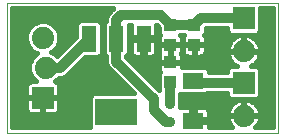
<source format=gtl>
G75*
%MOIN*%
%OFA0B0*%
%FSLAX25Y25*%
%IPPOS*%
%LPD*%
%AMOC8*
5,1,8,0,0,1.08239X$1,22.5*
%
%ADD10C,0.00000*%
%ADD11R,0.03937X0.04331*%
%ADD12R,0.07087X0.05512*%
%ADD13R,0.07400X0.07400*%
%ADD14C,0.07400*%
%ADD15R,0.03150X0.03150*%
%ADD16R,0.04800X0.08800*%
%ADD17R,0.14173X0.08661*%
%ADD18C,0.01600*%
%ADD19C,0.03200*%
D10*
X0001800Y0045107D02*
X0001800Y0088414D01*
X0092351Y0088414D01*
X0092351Y0045107D01*
X0001800Y0045107D01*
D11*
X0056300Y0061954D03*
X0056300Y0068646D03*
X0056300Y0074454D03*
X0056300Y0081146D03*
X0064300Y0081146D03*
X0064300Y0074454D03*
D12*
X0063800Y0062493D03*
X0063800Y0049107D03*
D13*
X0080800Y0061800D03*
X0080800Y0083300D03*
X0013800Y0056800D03*
D14*
X0014800Y0066800D03*
X0013800Y0076800D03*
X0080800Y0072300D03*
X0080800Y0050800D03*
D15*
X0056300Y0048847D03*
X0056300Y0054753D03*
D16*
X0047400Y0076500D03*
X0038300Y0076500D03*
X0029200Y0076500D03*
D17*
X0038300Y0052099D03*
D18*
X0044062Y0058230D02*
X0030468Y0058230D01*
X0029413Y0057176D01*
X0029413Y0047023D01*
X0029529Y0046907D01*
X0003600Y0046907D01*
X0003600Y0086614D01*
X0037306Y0086614D01*
X0036918Y0086226D01*
X0035418Y0084726D01*
X0034900Y0083476D01*
X0034900Y0082446D01*
X0034100Y0081646D01*
X0034100Y0071354D01*
X0034900Y0070554D01*
X0034900Y0068124D01*
X0035418Y0066874D01*
X0036374Y0065918D01*
X0044062Y0058230D01*
X0042945Y0059346D02*
X0019300Y0059346D01*
X0019300Y0057748D02*
X0029986Y0057748D01*
X0029413Y0056149D02*
X0019300Y0056149D01*
X0019300Y0056600D02*
X0014000Y0056600D01*
X0014000Y0057000D01*
X0019300Y0057000D01*
X0019300Y0060737D01*
X0019177Y0061195D01*
X0018940Y0061605D01*
X0018605Y0061940D01*
X0018195Y0062177D01*
X0018006Y0062228D01*
X0019178Y0063400D01*
X0020176Y0063400D01*
X0021426Y0063918D01*
X0027808Y0070300D01*
X0032346Y0070300D01*
X0033400Y0071354D01*
X0033400Y0081646D01*
X0032346Y0082700D01*
X0026054Y0082700D01*
X0025000Y0081646D01*
X0025000Y0077108D01*
X0018635Y0070743D01*
X0017915Y0071463D01*
X0016601Y0072007D01*
X0016915Y0072137D01*
X0018463Y0073684D01*
X0019300Y0075706D01*
X0019300Y0077894D01*
X0018463Y0079915D01*
X0016915Y0081463D01*
X0014894Y0082300D01*
X0012706Y0082300D01*
X0010684Y0081463D01*
X0009137Y0079915D01*
X0008300Y0077894D01*
X0008300Y0075706D01*
X0009137Y0073684D01*
X0010684Y0072137D01*
X0011999Y0071593D01*
X0011684Y0071463D01*
X0010137Y0069915D01*
X0009300Y0067894D01*
X0009300Y0065706D01*
X0010137Y0063684D01*
X0011522Y0062300D01*
X0009863Y0062300D01*
X0009405Y0062177D01*
X0008995Y0061940D01*
X0008660Y0061605D01*
X0008423Y0061195D01*
X0008300Y0060737D01*
X0008300Y0057000D01*
X0013600Y0057000D01*
X0013600Y0056600D01*
X0014000Y0056600D01*
X0014000Y0051300D01*
X0017737Y0051300D01*
X0018195Y0051423D01*
X0018605Y0051660D01*
X0018940Y0051995D01*
X0019177Y0052405D01*
X0019300Y0052863D01*
X0019300Y0056600D01*
X0019300Y0054551D02*
X0029413Y0054551D01*
X0029413Y0052952D02*
X0019300Y0052952D01*
X0017938Y0051354D02*
X0029413Y0051354D01*
X0029413Y0049755D02*
X0003600Y0049755D01*
X0003600Y0051354D02*
X0009662Y0051354D01*
X0009863Y0051300D02*
X0013600Y0051300D01*
X0013600Y0056600D01*
X0008300Y0056600D01*
X0008300Y0052863D01*
X0008423Y0052405D01*
X0008660Y0051995D01*
X0008995Y0051660D01*
X0009405Y0051423D01*
X0009863Y0051300D01*
X0008300Y0052952D02*
X0003600Y0052952D01*
X0003600Y0054551D02*
X0008300Y0054551D01*
X0008300Y0056149D02*
X0003600Y0056149D01*
X0003600Y0057748D02*
X0008300Y0057748D01*
X0008300Y0059346D02*
X0003600Y0059346D01*
X0003600Y0060945D02*
X0008356Y0060945D01*
X0011278Y0062543D02*
X0003600Y0062543D01*
X0003600Y0064142D02*
X0009948Y0064142D01*
X0009300Y0065740D02*
X0003600Y0065740D01*
X0003600Y0067339D02*
X0009300Y0067339D01*
X0009732Y0068937D02*
X0003600Y0068937D01*
X0003600Y0070536D02*
X0010758Y0070536D01*
X0010691Y0072134D02*
X0003600Y0072134D01*
X0003600Y0073733D02*
X0009117Y0073733D01*
X0008455Y0075332D02*
X0003600Y0075332D01*
X0003600Y0076930D02*
X0008300Y0076930D01*
X0008563Y0078529D02*
X0003600Y0078529D01*
X0003600Y0080127D02*
X0009349Y0080127D01*
X0011319Y0081726D02*
X0003600Y0081726D01*
X0003600Y0083324D02*
X0034900Y0083324D01*
X0035614Y0084923D02*
X0003600Y0084923D01*
X0003600Y0086521D02*
X0037213Y0086521D01*
X0034180Y0081726D02*
X0033320Y0081726D01*
X0033400Y0080127D02*
X0034100Y0080127D01*
X0034100Y0078529D02*
X0033400Y0078529D01*
X0033400Y0076930D02*
X0034100Y0076930D01*
X0034100Y0075332D02*
X0033400Y0075332D01*
X0033400Y0073733D02*
X0034100Y0073733D01*
X0034100Y0072134D02*
X0033400Y0072134D01*
X0032582Y0070536D02*
X0034900Y0070536D01*
X0034900Y0068937D02*
X0026446Y0068937D01*
X0024847Y0067339D02*
X0035225Y0067339D01*
X0036551Y0065740D02*
X0023249Y0065740D01*
X0021650Y0064142D02*
X0038150Y0064142D01*
X0039748Y0062543D02*
X0018322Y0062543D01*
X0019244Y0060945D02*
X0041347Y0060945D01*
X0046168Y0065740D02*
X0052681Y0065740D01*
X0052654Y0065786D02*
X0052891Y0065376D01*
X0052967Y0065300D01*
X0052531Y0064864D01*
X0052531Y0059377D01*
X0041700Y0070208D01*
X0041700Y0070554D01*
X0042500Y0071354D01*
X0042500Y0080900D01*
X0043200Y0080900D01*
X0043200Y0076900D01*
X0047000Y0076900D01*
X0047000Y0076100D01*
X0047800Y0076100D01*
X0047800Y0076900D01*
X0051600Y0076900D01*
X0051600Y0080900D01*
X0051738Y0080900D01*
X0052531Y0080107D01*
X0052531Y0078236D01*
X0052967Y0077800D01*
X0052891Y0077724D01*
X0052654Y0077314D01*
X0052531Y0076856D01*
X0052531Y0074638D01*
X0056116Y0074638D01*
X0056116Y0074269D01*
X0056484Y0074269D01*
X0056484Y0068831D01*
X0056116Y0068831D01*
X0056116Y0072612D01*
X0056116Y0074269D01*
X0052531Y0074269D01*
X0052531Y0072051D01*
X0052654Y0071593D01*
X0052679Y0071550D01*
X0052654Y0071507D01*
X0052531Y0071049D01*
X0052531Y0068831D01*
X0056116Y0068831D01*
X0056116Y0068462D01*
X0052531Y0068462D01*
X0052531Y0066244D01*
X0052654Y0065786D01*
X0052531Y0064142D02*
X0047766Y0064142D01*
X0049365Y0062543D02*
X0052531Y0062543D01*
X0052531Y0060945D02*
X0050963Y0060945D01*
X0052531Y0067339D02*
X0044569Y0067339D01*
X0042971Y0068937D02*
X0052531Y0068937D01*
X0052531Y0070536D02*
X0050691Y0070536D01*
X0050495Y0070423D02*
X0050905Y0070660D01*
X0051240Y0070995D01*
X0051477Y0071405D01*
X0051600Y0071863D01*
X0051600Y0076100D01*
X0047800Y0076100D01*
X0047800Y0070300D01*
X0050037Y0070300D01*
X0050495Y0070423D01*
X0051600Y0072134D02*
X0052531Y0072134D01*
X0052531Y0073733D02*
X0051600Y0073733D01*
X0051600Y0075332D02*
X0052531Y0075332D01*
X0052551Y0076930D02*
X0051600Y0076930D01*
X0051600Y0078529D02*
X0052531Y0078529D01*
X0052511Y0080127D02*
X0051600Y0080127D01*
X0047000Y0076100D02*
X0047000Y0070300D01*
X0044763Y0070300D01*
X0044305Y0070423D01*
X0043895Y0070660D01*
X0043560Y0070995D01*
X0043323Y0071405D01*
X0043200Y0071863D01*
X0043200Y0076100D01*
X0047000Y0076100D01*
X0047000Y0075332D02*
X0047800Y0075332D01*
X0047800Y0073733D02*
X0047000Y0073733D01*
X0047000Y0072134D02*
X0047800Y0072134D01*
X0047800Y0070536D02*
X0047000Y0070536D01*
X0044109Y0070536D02*
X0041700Y0070536D01*
X0042500Y0072134D02*
X0043200Y0072134D01*
X0043200Y0073733D02*
X0042500Y0073733D01*
X0042500Y0075332D02*
X0043200Y0075332D01*
X0043200Y0076930D02*
X0042500Y0076930D01*
X0042500Y0078529D02*
X0043200Y0078529D01*
X0043200Y0080127D02*
X0042500Y0080127D01*
X0056484Y0074638D02*
X0060068Y0074638D01*
X0060068Y0076856D01*
X0059946Y0077314D01*
X0059709Y0077724D01*
X0059687Y0077746D01*
X0060913Y0077746D01*
X0060891Y0077724D01*
X0060654Y0077314D01*
X0060531Y0076856D01*
X0060531Y0074638D01*
X0064116Y0074638D01*
X0064116Y0074269D01*
X0064484Y0074269D01*
X0064484Y0070488D01*
X0066505Y0070488D01*
X0066963Y0070611D01*
X0067374Y0070848D01*
X0067709Y0071183D01*
X0067946Y0071593D01*
X0068068Y0072051D01*
X0068068Y0074269D01*
X0064484Y0074269D01*
X0064484Y0074638D01*
X0068068Y0074638D01*
X0068068Y0076856D01*
X0067946Y0077314D01*
X0067709Y0077724D01*
X0067633Y0077800D01*
X0068068Y0078236D01*
X0068068Y0079900D01*
X0075300Y0079900D01*
X0075300Y0078854D01*
X0076354Y0077800D01*
X0085246Y0077800D01*
X0086300Y0078854D01*
X0086300Y0086614D01*
X0090551Y0086614D01*
X0090551Y0046907D01*
X0084685Y0046907D01*
X0084995Y0047217D01*
X0085504Y0047917D01*
X0085897Y0048689D01*
X0086165Y0049512D01*
X0086300Y0050367D01*
X0086300Y0050600D01*
X0081000Y0050600D01*
X0081000Y0051000D01*
X0080600Y0051000D01*
X0080600Y0056300D01*
X0080367Y0056300D01*
X0079512Y0056165D01*
X0078689Y0055897D01*
X0077917Y0055504D01*
X0077217Y0054995D01*
X0076605Y0054383D01*
X0076096Y0053683D01*
X0075703Y0052911D01*
X0075435Y0052088D01*
X0075300Y0051233D01*
X0075300Y0051000D01*
X0080600Y0051000D01*
X0080600Y0050600D01*
X0075300Y0050600D01*
X0075300Y0050367D01*
X0075435Y0049512D01*
X0075703Y0048689D01*
X0076096Y0047917D01*
X0076605Y0047217D01*
X0076915Y0046907D01*
X0069143Y0046907D01*
X0069143Y0048529D01*
X0064378Y0048529D01*
X0064378Y0049685D01*
X0069143Y0049685D01*
X0069143Y0052100D01*
X0069021Y0052558D01*
X0068784Y0052968D01*
X0068449Y0053303D01*
X0068038Y0053540D01*
X0067580Y0053663D01*
X0064378Y0053663D01*
X0064378Y0049685D01*
X0063222Y0049685D01*
X0063222Y0053663D01*
X0060020Y0053663D01*
X0059675Y0053571D01*
X0059675Y0054016D01*
X0059700Y0054076D01*
X0059700Y0057937D01*
X0068089Y0057937D01*
X0068552Y0058400D01*
X0075300Y0058400D01*
X0075300Y0057354D01*
X0076354Y0056300D01*
X0085246Y0056300D01*
X0086300Y0057354D01*
X0086300Y0066246D01*
X0085246Y0067300D01*
X0083102Y0067300D01*
X0083683Y0067596D01*
X0084383Y0068105D01*
X0084995Y0068717D01*
X0085504Y0069417D01*
X0085897Y0070189D01*
X0086165Y0071012D01*
X0086300Y0071867D01*
X0086300Y0072100D01*
X0081000Y0072100D01*
X0081000Y0072500D01*
X0080600Y0072500D01*
X0080600Y0077800D01*
X0080367Y0077800D01*
X0079512Y0077665D01*
X0078689Y0077397D01*
X0077917Y0077004D01*
X0077217Y0076495D01*
X0076605Y0075883D01*
X0076096Y0075183D01*
X0075703Y0074411D01*
X0075435Y0073588D01*
X0075300Y0072733D01*
X0075300Y0072500D01*
X0080600Y0072500D01*
X0080600Y0072100D01*
X0075300Y0072100D01*
X0075300Y0071867D01*
X0075435Y0071012D01*
X0075703Y0070189D01*
X0076096Y0069417D01*
X0076605Y0068717D01*
X0077217Y0068105D01*
X0077917Y0067596D01*
X0078498Y0067300D01*
X0076354Y0067300D01*
X0075300Y0066246D01*
X0075300Y0065200D01*
X0069143Y0065200D01*
X0069143Y0065994D01*
X0068089Y0067049D01*
X0060068Y0067049D01*
X0060068Y0068462D01*
X0056484Y0068462D01*
X0056484Y0068831D01*
X0060068Y0068831D01*
X0060068Y0071049D01*
X0059946Y0071507D01*
X0059921Y0071550D01*
X0059946Y0071593D01*
X0060068Y0072051D01*
X0060068Y0074269D01*
X0056484Y0074269D01*
X0056484Y0074638D01*
X0056484Y0073733D02*
X0056116Y0073733D01*
X0056116Y0072134D02*
X0056484Y0072134D01*
X0056484Y0070536D02*
X0056116Y0070536D01*
X0056116Y0068937D02*
X0056484Y0068937D01*
X0060068Y0068937D02*
X0076445Y0068937D01*
X0075590Y0070536D02*
X0066684Y0070536D01*
X0068068Y0072134D02*
X0080600Y0072134D01*
X0081000Y0072134D02*
X0090551Y0072134D01*
X0090551Y0070536D02*
X0086010Y0070536D01*
X0085155Y0068937D02*
X0090551Y0068937D01*
X0090551Y0067339D02*
X0083178Y0067339D01*
X0086300Y0065740D02*
X0090551Y0065740D01*
X0090551Y0064142D02*
X0086300Y0064142D01*
X0086300Y0062543D02*
X0090551Y0062543D01*
X0090551Y0060945D02*
X0086300Y0060945D01*
X0086300Y0059346D02*
X0090551Y0059346D01*
X0090551Y0057748D02*
X0086300Y0057748D01*
X0084383Y0054995D02*
X0083683Y0055504D01*
X0082911Y0055897D01*
X0082088Y0056165D01*
X0081233Y0056300D01*
X0081000Y0056300D01*
X0081000Y0051000D01*
X0086300Y0051000D01*
X0086300Y0051233D01*
X0086165Y0052088D01*
X0085897Y0052911D01*
X0085504Y0053683D01*
X0084995Y0054383D01*
X0084383Y0054995D01*
X0084827Y0054551D02*
X0090551Y0054551D01*
X0090551Y0056149D02*
X0082135Y0056149D01*
X0081000Y0056149D02*
X0080600Y0056149D01*
X0079465Y0056149D02*
X0059700Y0056149D01*
X0059700Y0054551D02*
X0076773Y0054551D01*
X0075724Y0052952D02*
X0068793Y0052952D01*
X0069143Y0051354D02*
X0075319Y0051354D01*
X0075397Y0049755D02*
X0069143Y0049755D01*
X0069143Y0048157D02*
X0075974Y0048157D01*
X0080600Y0051354D02*
X0081000Y0051354D01*
X0081000Y0052952D02*
X0080600Y0052952D01*
X0080600Y0054551D02*
X0081000Y0054551D01*
X0085876Y0052952D02*
X0090551Y0052952D01*
X0090551Y0051354D02*
X0086281Y0051354D01*
X0086203Y0049755D02*
X0090551Y0049755D01*
X0090551Y0048157D02*
X0085626Y0048157D01*
X0075300Y0057748D02*
X0059700Y0057748D01*
X0063222Y0052952D02*
X0064378Y0052952D01*
X0064378Y0051354D02*
X0063222Y0051354D01*
X0063222Y0049755D02*
X0064378Y0049755D01*
X0069143Y0065740D02*
X0075300Y0065740D01*
X0078422Y0067339D02*
X0060068Y0067339D01*
X0060068Y0070536D02*
X0061916Y0070536D01*
X0062095Y0070488D02*
X0064116Y0070488D01*
X0064116Y0074269D01*
X0060531Y0074269D01*
X0060531Y0072051D01*
X0060654Y0071593D01*
X0060891Y0071183D01*
X0061226Y0070848D01*
X0061637Y0070611D01*
X0062095Y0070488D01*
X0060531Y0072134D02*
X0060068Y0072134D01*
X0060068Y0073733D02*
X0060531Y0073733D01*
X0060531Y0075332D02*
X0060068Y0075332D01*
X0060049Y0076930D02*
X0060551Y0076930D01*
X0064116Y0073733D02*
X0064484Y0073733D01*
X0064484Y0072134D02*
X0064116Y0072134D01*
X0064116Y0070536D02*
X0064484Y0070536D01*
X0068068Y0073733D02*
X0075483Y0073733D01*
X0076204Y0075332D02*
X0068068Y0075332D01*
X0068049Y0076930D02*
X0077816Y0076930D01*
X0075626Y0078529D02*
X0068068Y0078529D01*
X0080600Y0076930D02*
X0081000Y0076930D01*
X0081000Y0077800D02*
X0081000Y0072500D01*
X0086300Y0072500D01*
X0086300Y0072733D01*
X0086165Y0073588D01*
X0085897Y0074411D01*
X0085504Y0075183D01*
X0084995Y0075883D01*
X0084383Y0076495D01*
X0083683Y0077004D01*
X0082911Y0077397D01*
X0082088Y0077665D01*
X0081233Y0077800D01*
X0081000Y0077800D01*
X0083784Y0076930D02*
X0090551Y0076930D01*
X0090551Y0075332D02*
X0085396Y0075332D01*
X0086117Y0073733D02*
X0090551Y0073733D01*
X0090551Y0078529D02*
X0085974Y0078529D01*
X0086300Y0080127D02*
X0090551Y0080127D01*
X0090551Y0081726D02*
X0086300Y0081726D01*
X0086300Y0083324D02*
X0090551Y0083324D01*
X0090551Y0084923D02*
X0086300Y0084923D01*
X0086300Y0086521D02*
X0090551Y0086521D01*
X0081000Y0075332D02*
X0080600Y0075332D01*
X0080600Y0073733D02*
X0081000Y0073733D01*
X0029413Y0048157D02*
X0003600Y0048157D01*
X0013600Y0051354D02*
X0014000Y0051354D01*
X0014000Y0052952D02*
X0013600Y0052952D01*
X0013600Y0054551D02*
X0014000Y0054551D01*
X0014000Y0056149D02*
X0013600Y0056149D01*
X0016909Y0072134D02*
X0020026Y0072134D01*
X0018483Y0073733D02*
X0021625Y0073733D01*
X0023223Y0075332D02*
X0019145Y0075332D01*
X0019300Y0076930D02*
X0024822Y0076930D01*
X0025000Y0078529D02*
X0019037Y0078529D01*
X0018251Y0080127D02*
X0025000Y0080127D01*
X0025080Y0081726D02*
X0016281Y0081726D01*
D19*
X0029200Y0076500D02*
X0019500Y0066800D01*
X0014800Y0066800D01*
X0038300Y0068800D02*
X0038300Y0076500D01*
X0038300Y0082800D01*
X0039800Y0084300D01*
X0053146Y0084300D01*
X0056300Y0081146D01*
X0064300Y0081146D01*
X0066454Y0083300D01*
X0080800Y0083300D01*
X0063800Y0062493D02*
X0064493Y0061800D01*
X0080800Y0061800D01*
X0056300Y0061954D02*
X0056300Y0054753D01*
X0050800Y0056300D02*
X0050800Y0052800D01*
X0054753Y0048847D01*
X0056300Y0048847D01*
X0050800Y0056300D02*
X0038300Y0068800D01*
M02*

</source>
